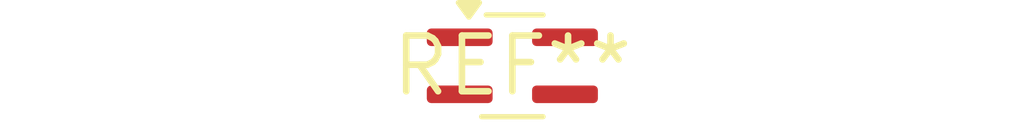
<source format=kicad_pcb>
(kicad_pcb (version 20240108) (generator pcbnew)
  (layers (0 "F.Cu" signal) (31 "B.Cu" signal) (34 "B.Paste" user) (35 "F.Paste" user) (36 "B.SilkS" user "B.Silkscreen") (37 "F.SilkS" user "F.Silkscreen") (38 "B.Mask" user) (39 "F.Mask" user) (44 "Edge.Cuts" user))
  (net 0 "")
  (footprint "SC-82AA_Handsoldering" (layer "F.Cu") (at 0 0)
    (property "Reference" "REF**")
    (property "Value" "SC-82AA_Handsoldering")
    (fp_line (start -0.7 1.16) (end 0.7 1.16) (layer "F.SilkS") (stroke (width 0.12)))
    (fp_line (start -0.595 -1.16) (end 0.7 -1.16) (layer "F.SilkS") (stroke (width 0.12)))
    (fp_poly (pts (xy -0.99 -1.11) (xy -0.75 -1.44) (xy -1.23 -1.44) (xy -0.99 -1.11)) (layer "F.SilkS") (stroke (width 0.12)) (fill solid))
    (pad "1" smd roundrect (at -1.2 -0.65) (size 1.5 0.4) (layers "F.Cu" "F.Paste" "F.Mask"))
    (pad "2" smd roundrect (at -1.2 0.65) (size 1.5 0.4) (layers "F.Cu" "F.Paste" "F.Mask"))
    (pad "3" smd roundrect (at 1.2 0.65) (size 1.5 0.4) (layers "F.Cu" "F.Paste" "F.Mask"))
    (pad "4" smd roundrect (at 1.2 -0.65) (size 1.5 0.4) (layers "F.Cu" "F.Paste" "F.Mask"))
  )
)
</source>
